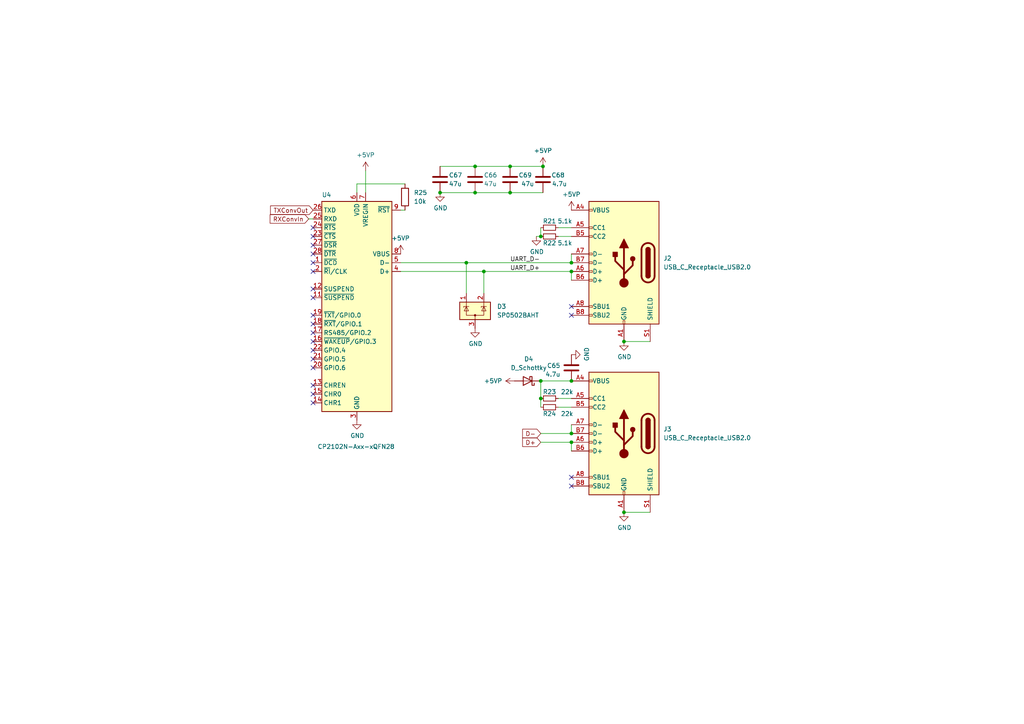
<source format=kicad_sch>
(kicad_sch (version 20231120) (generator "eeschema") (generator_version "8.0")
  (paper "A4")
  (lib_symbols
    (symbol "Connector:USB_C_Receptacle_USB2.0" (pin_names (offset 1.016))
      (property "Reference" "J" (at -10.16 19.05 0))
      (property "Value" "USB_C_Receptacle_USB2.0" (at 19.05 19.05 0))
      (symbol "USB_C_Receptacle_USB2.0_0_0"
        (rectangle (start -0.254 -17.78) (end 0.254 -16.764))
        (rectangle (start 10.16 -14.986) (end 9.144 -15.494))
        (rectangle (start 10.16 -12.446) (end 9.144 -12.954))
        (rectangle (start 10.16 -4.826) (end 9.144 -5.334))
        (rectangle (start 10.16 -2.286) (end 9.144 -2.794))
        (rectangle (start 10.16 0.254) (end 9.144 -0.254))
        (rectangle (start 10.16 2.794) (end 9.144 2.286))
        (rectangle (start 10.16 7.874) (end 9.144 7.366))
        (rectangle (start 10.16 10.414) (end 9.144 9.906))
        (rectangle (start 10.16 15.494) (end 9.144 14.986))
      )
      (symbol "USB_C_Receptacle_USB2.0_0_1"
        (rectangle (start -10.16 17.78) (end 10.16 -17.78) (stroke (width 0.254)) (fill (type background)))
        (arc (start -8.89 -3.81) (mid -6.985 -5.7067) (end -5.08 -3.81) (stroke (width 0.508)))
        (arc (start -7.62 -3.81) (mid -6.985 -4.4423) (end -6.35 -3.81) (stroke (width 0.254)))
        (arc (start -7.62 -3.81) (mid -6.985 -4.4423) (end -6.35 -3.81) (stroke (width 0.254)) (fill (type outline)))
        (rectangle (start -7.62 -3.81) (end -6.35 3.81) (stroke (width 0.254)) (fill (type outline)))
        (arc (start -6.35 3.81) (mid -6.985 4.4423) (end -7.62 3.81) (stroke (width 0.254)))
        (arc (start -6.35 3.81) (mid -6.985 4.4423) (end -7.62 3.81) (stroke (width 0.254)) (fill (type outline)))
        (arc (start -5.08 3.81) (mid -6.985 5.7067) (end -8.89 3.81) (stroke (width 0.508)))
        (circle (center -2.54 1.143) (radius 0.635) (stroke (width 0.254)) (fill (type outline)))
        (circle (center 0 -5.842) (radius 1.27) (fill (type outline)))
        (polyline (pts (xy -8.89 -3.81) (xy -8.89 3.81)) (stroke (width 0.508)))
        (polyline (pts (xy -5.08 3.81) (xy -5.08 -3.81)) (stroke (width 0.508)))
        (polyline (pts (xy 0 -5.842) (xy 0 4.318)) (stroke (width 0.508)))
        (polyline (pts (xy 0 -3.302) (xy -2.54 -0.762) (xy -2.54 0.508)) (stroke (width 0.508)))
        (polyline (pts (xy 0 -2.032) (xy 2.54 0.508) (xy 2.54 1.778)) (stroke (width 0.508)))
        (polyline (pts (xy -1.27 4.318) (xy 0 6.858) (xy 1.27 4.318) (xy -1.27 4.318)) (stroke (width 0.254)) (fill (type outline)))
        (rectangle (start 1.905 1.778) (end 3.175 3.048) (stroke (width 0.254)) (fill (type outline)))
      )
      (symbol "USB_C_Receptacle_USB2.0_1_1"
        (pin passive line (at 0 -22.86 90) (length 5.08) (name "GND") (number "A1"))
        (pin passive line (at 0 -22.86 90) (length 5.08) hide (name "GND") (number "A12"))
        (pin passive line (at 15.24 15.24 180) (length 5.08) (name "VBUS") (number "A4"))
        (pin bidirectional line (at 15.24 10.16 180) (length 5.08) (name "CC1") (number "A5"))
        (pin bidirectional line (at 15.24 -2.54 180) (length 5.08) (name "D+") (number "A6"))
        (pin bidirectional line (at 15.24 2.54 180) (length 5.08) (name "D-") (number "A7"))
        (pin bidirectional line (at 15.24 -12.7 180) (length 5.08) (name "SBU1") (number "A8"))
        (pin passive line (at 15.24 15.24 180) (length 5.08) hide (name "VBUS") (number "A9"))
        (pin passive line (at 0 -22.86 90) (length 5.08) hide (name "GND") (number "B1"))
        (pin passive line (at 0 -22.86 90) (length 5.08) hide (name "GND") (number "B12"))
        (pin passive line (at 15.24 15.24 180) (length 5.08) hide (name "VBUS") (number "B4"))
        (pin bidirectional line (at 15.24 7.62 180) (length 5.08) (name "CC2") (number "B5"))
        (pin bidirectional line (at 15.24 -5.08 180) (length 5.08) (name "D+") (number "B6"))
        (pin bidirectional line (at 15.24 0 180) (length 5.08) (name "D-") (number "B7"))
        (pin bidirectional line (at 15.24 -15.24 180) (length 5.08) (name "SBU2") (number "B8"))
        (pin passive line (at 15.24 15.24 180) (length 5.08) hide (name "VBUS") (number "B9"))
        (pin passive line (at -7.62 -22.86 90) (length 5.08) (name "SHIELD") (number "S1"))
      )
    )
    (symbol "Device:C" (pin_numbers hide) (pin_names (offset 0.254))
      (property "Reference" "C" (at 0.635 2.54 0))
      (property "Value" "C" (at 0.635 -2.54 0))
      (symbol "C_0_1"
        (polyline (pts (xy -2.032 -0.762) (xy 2.032 -0.762)) (stroke (width 0.508)))
        (polyline (pts (xy -2.032 0.762) (xy 2.032 0.762)) (stroke (width 0.508)))
      )
      (symbol "C_1_1"
        (pin passive line (at 0 3.81 270) (length 2.794) (name "~") (number "1"))
        (pin passive line (at 0 -3.81 90) (length 2.794) (name "~") (number "2"))
      )
    )
    (symbol "Device:D_Schottky" (pin_numbers hide) (pin_names (offset 1.016) hide)
      (property "Reference" "D" (at 0 2.54 0))
      (property "Value" "D_Schottky" (at 0 -2.54 0))
      (symbol "D_Schottky_0_1"
        (polyline (pts (xy 1.27 0) (xy -1.27 0)))
        (polyline (pts (xy 1.27 1.27) (xy 1.27 -1.27) (xy -1.27 0) (xy 1.27 1.27)) (stroke (width 0.254)))
        (polyline (pts (xy -1.905 0.635) (xy -1.905 1.27) (xy -1.27 1.27) (xy -1.27 -1.27) (xy -0.635 -1.27) (xy -0.635 -0.635)) (stroke (width 0.254)))
      )
      (symbol "D_Schottky_1_1"
        (pin passive line (at -3.81 0 0) (length 2.54) (name "K") (number "1"))
        (pin passive line (at 3.81 0 180) (length 2.54) (name "A") (number "2"))
      )
    )
    (symbol "Device:R" (pin_numbers hide) (pin_names (offset 0))
      (property "Reference" "R" (at 2.032 0 90))
      (property "Value" "R" (at 0 0 90))
      (symbol "R_0_1"
        (rectangle (start -1.016 -2.54) (end 1.016 2.54) (stroke (width 0.254)))
      )
      (symbol "R_1_1"
        (pin passive line (at 0 3.81 270) (length 1.27) (name "~") (number "1"))
        (pin passive line (at 0 -3.81 90) (length 1.27) (name "~") (number "2"))
      )
    )
    (symbol "Device:R_Small" (pin_numbers hide) (pin_names (offset 0.254) hide)
      (property "Reference" "R" (at 0.762 0.508 0))
      (property "Value" "R_Small" (at 0.762 -1.016 0))
      (symbol "R_Small_0_1"
        (rectangle (start -0.762 1.778) (end 0.762 -1.778) (stroke (width 0.2032)))
      )
      (symbol "R_Small_1_1"
        (pin passive line (at 0 2.54 270) (length 0.762) (name "~") (number "1"))
        (pin passive line (at 0 -2.54 90) (length 0.762) (name "~") (number "2"))
      )
    )
    (symbol "Interface_USB:CP2102N-Axx-xQFN28"
      (property "Reference" "U" (at -8.89 31.75 0))
      (property "Value" "CP2102N-Axx-xQFN28" (at 12.7 31.75 0))
      (symbol "CP2102N-Axx-xQFN28_0_1"
        (rectangle (start -10.16 30.48) (end 10.16 -30.48) (stroke (width 0.254)) (fill (type background)))
      )
      (symbol "CP2102N-Axx-xQFN28_1_1"
        (pin input line (at 12.7 12.7 180) (length 2.54) (name "~{DCD}") (number "1"))
        (pin no_connect line (at -10.16 -27.94 0) (length 2.54) hide (name "NC") (number "10"))
        (pin output line (at 12.7 2.54 180) (length 2.54) (name "~{SUSPEND}") (number "11"))
        (pin output line (at 12.7 5.08 180) (length 2.54) (name "SUSPEND") (number "12"))
        (pin output line (at 12.7 -22.86 180) (length 2.54) (name "CHREN") (number "13"))
        (pin output line (at 12.7 -27.94 180) (length 2.54) (name "CHR1") (number "14"))
        (pin output line (at 12.7 -25.4 180) (length 2.54) (name "CHR0") (number "15"))
        (pin bidirectional line (at 12.7 -10.16 180) (length 2.54) (name "~{WAKEUP}/GPIO.3") (number "16"))
        (pin bidirectional line (at 12.7 -7.62 180) (length 2.54) (name "RS485/GPIO.2") (number "17"))
        (pin bidirectional line (at 12.7 -5.08 180) (length 2.54) (name "~{RXT}/GPIO.1") (number "18"))
        (pin bidirectional line (at 12.7 -2.54 180) (length 2.54) (name "~{TXT}/GPIO.0") (number "19"))
        (pin bidirectional line (at 12.7 10.16 180) (length 2.54) (name "~{RI}/CLK") (number "2"))
        (pin bidirectional line (at 12.7 -17.78 180) (length 2.54) (name "GPIO.6") (number "20"))
        (pin bidirectional line (at 12.7 -15.24 180) (length 2.54) (name "GPIO.5") (number "21"))
        (pin bidirectional line (at 12.7 -12.7 180) (length 2.54) (name "GPIO.4") (number "22"))
        (pin input line (at 12.7 20.32 180) (length 2.54) (name "~{CTS}") (number "23"))
        (pin output line (at 12.7 22.86 180) (length 2.54) (name "~{RTS}") (number "24"))
        (pin input line (at 12.7 25.4 180) (length 2.54) (name "RXD") (number "25"))
        (pin output line (at 12.7 27.94 180) (length 2.54) (name "TXD") (number "26"))
        (pin input line (at 12.7 17.78 180) (length 2.54) (name "~{DSR}") (number "27"))
        (pin output line (at 12.7 15.24 180) (length 2.54) (name "~{DTR}") (number "28"))
        (pin passive line (at 0 -33.02 90) (length 2.54) hide (name "GND") (number "29"))
        (pin power_in line (at 0 -33.02 90) (length 2.54) (name "GND") (number "3"))
        (pin bidirectional line (at -12.7 10.16 0) (length 2.54) (name "D+") (number "4"))
        (pin bidirectional line (at -12.7 12.7 0) (length 2.54) (name "D-") (number "5"))
        (pin power_in line (at 0 33.02 270) (length 2.54) (name "VDD") (number "6"))
        (pin power_in line (at -2.54 33.02 270) (length 2.54) (name "VREGIN") (number "7"))
        (pin input line (at -12.7 15.24 0) (length 2.54) (name "VBUS") (number "8"))
        (pin input line (at -12.7 27.94 0) (length 2.54) (name "~{RST}") (number "9"))
      )
    )
    (symbol "Power_Protection:SP0502BAHT" (pin_names hide)
      (property "Reference" "D" (at 5.715 2.54 0))
      (property "Value" "SP0502BAHT" (at 5.715 0.635 0))
      (symbol "SP0502BAHT_0_0"
        (pin passive line (at 0 -5.08 90) (length 2.54) (name "A") (number "3"))
      )
      (symbol "SP0502BAHT_0_1"
        (rectangle (start -4.445 2.54) (end 4.445 -2.54) (stroke (width 0.254)) (fill (type background)))
        (circle (center 0 -1.27) (radius 0.254) (fill (type outline)))
        (polyline (pts (xy -2.54 2.54) (xy -2.54 1.27)))
        (polyline (pts (xy 0 -1.27) (xy 0 -2.54)))
        (polyline (pts (xy 2.54 2.54) (xy 2.54 1.27)))
        (polyline (pts (xy -3.302 1.016) (xy -3.302 1.27) (xy -1.905 1.27) (xy -1.778 1.27)))
        (polyline (pts (xy -2.54 1.27) (xy -2.54 -1.27) (xy 2.54 -1.27) (xy 2.54 1.27)))
        (polyline (pts (xy -2.54 1.27) (xy -1.905 0) (xy -3.175 0) (xy -2.54 1.27)))
        (polyline (pts (xy 1.778 1.016) (xy 1.778 1.27) (xy 3.175 1.27) (xy 3.302 1.27)))
        (polyline (pts (xy 2.54 1.27) (xy 1.905 0) (xy 3.175 0) (xy 2.54 1.27)))
      )
      (symbol "SP0502BAHT_1_1"
        (pin passive line (at -2.54 5.08 270) (length 2.54) (name "K") (number "1"))
        (pin passive line (at 2.54 5.08 270) (length 2.54) (name "K") (number "2"))
      )
    )
    (symbol "power:+5VP" (power) (pin_names (offset 0))
      (property "Value" "+5VP" (at 0 3.556 0))
      (symbol "+5VP_0_1"
        (polyline (pts (xy -0.762 1.27) (xy 0 2.54)))
        (polyline (pts (xy 0 0) (xy 0 2.54)))
        (polyline (pts (xy 0 2.54) (xy 0.762 1.27)))
      )
      (symbol "+5VP_1_1"
        (pin power_in line (at 0 0 90) (length 0) hide (name "+5VP") (number "1"))
      )
    )
    (symbol "power:GND" (power) (pin_names (offset 0))
      (property "Value" "GND" (at 0 -3.81 0))
      (symbol "GND_0_1"
        (polyline (pts (xy 0 0) (xy 0 -1.27) (xy 1.27 -1.27) (xy 0 -2.54) (xy -1.27 -1.27) (xy 0 -1.27)))
      )
      (symbol "GND_1_1"
        (pin power_in line (at 0 0 270) (length 0) hide (name "GND") (number "1"))
      )
    )
  )
  (junction (at 165.735 128.27))
  (junction (at 180.975 99.06))
  (junction (at 180.975 148.59))
  (junction (at 135.255 76.2))
  (junction (at 137.795 48.26))
  (junction (at 156.845 110.49))
  (junction (at 165.735 78.74))
  (junction (at 140.335 78.74))
  (junction (at 156.845 68.58))
  (junction (at 157.48 48.26))
  (junction (at 165.735 125.73))
  (junction (at 137.795 55.88))
  (junction (at 165.735 76.2))
  (junction (at 147.955 55.88))
  (junction (at 165.735 110.49))
  (junction (at 156.845 115.57))
  (junction (at 127.635 55.88))
  (junction (at 147.955 48.26))
  (no_connect (at 165.735 88.9))
  (no_connect (at 90.805 71.12))
  (no_connect (at 165.735 140.97))
  (no_connect (at 90.805 111.76))
  (no_connect (at 90.805 104.14))
  (no_connect (at 90.805 83.82))
  (no_connect (at 165.735 91.44))
  (no_connect (at 90.805 76.2))
  (no_connect (at 90.805 116.84))
  (no_connect (at 90.805 78.74))
  (no_connect (at 90.805 99.06))
  (no_connect (at 165.735 138.43))
  (no_connect (at 90.805 106.68))
  (no_connect (at 90.805 101.6))
  (no_connect (at 90.805 114.3))
  (no_connect (at 90.805 66.04))
  (no_connect (at 90.805 96.52))
  (no_connect (at 90.805 68.58))
  (no_connect (at 90.805 93.98))
  (no_connect (at 90.805 91.44))
  (no_connect (at 90.805 86.36))
  (no_connect (at 90.805 73.66))
  (wire (pts (xy 165.735 73.66) (xy 165.735 76.2)))
  (wire (pts (xy 116.205 76.2) (xy 135.255 76.2)))
  (wire (pts (xy 161.925 115.57) (xy 165.735 115.57)))
  (wire (pts (xy 117.475 60.96) (xy 116.205 60.96)))
  (wire (pts (xy 165.735 128.27) (xy 165.735 130.81)))
  (wire (pts (xy 156.845 66.04) (xy 156.845 68.58)))
  (wire (pts (xy 106.045 49.53) (xy 106.045 55.88)))
  (wire (pts (xy 135.255 76.2) (xy 165.735 76.2)))
  (wire (pts (xy 157.48 55.88) (xy 147.955 55.88)))
  (wire (pts (xy 137.795 55.88) (xy 147.955 55.88)))
  (wire (pts (xy 180.975 148.59) (xy 188.595 148.59)))
  (wire (pts (xy 165.735 110.49) (xy 156.845 110.49)))
  (wire (pts (xy 117.475 53.34) (xy 103.505 53.34)))
  (wire (pts (xy 127.635 55.88) (xy 137.795 55.88)))
  (wire (pts (xy 147.955 48.26) (xy 157.48 48.26)))
  (wire (pts (xy 89.535 63.5) (xy 90.805 63.5)))
  (wire (pts (xy 165.735 78.74) (xy 165.735 81.28)))
  (wire (pts (xy 140.335 78.74) (xy 165.735 78.74)))
  (wire (pts (xy 156.845 115.57) (xy 156.845 118.11)))
  (wire (pts (xy 180.975 99.06) (xy 188.595 99.06)))
  (wire (pts (xy 161.925 68.58) (xy 165.735 68.58)))
  (wire (pts (xy 156.845 125.73) (xy 165.735 125.73)))
  (wire (pts (xy 165.735 123.19) (xy 165.735 125.73)))
  (wire (pts (xy 161.925 66.04) (xy 165.735 66.04)))
  (wire (pts (xy 135.255 76.2) (xy 135.255 85.09)))
  (wire (pts (xy 137.795 48.26) (xy 147.955 48.26)))
  (wire (pts (xy 116.205 78.74) (xy 140.335 78.74)))
  (wire (pts (xy 155.575 68.58) (xy 156.845 68.58)))
  (wire (pts (xy 156.845 128.27) (xy 165.735 128.27)))
  (wire (pts (xy 161.925 118.11) (xy 165.735 118.11)))
  (wire (pts (xy 127.635 48.26) (xy 137.795 48.26)))
  (wire (pts (xy 140.335 78.74) (xy 140.335 85.09)))
  (wire (pts (xy 103.505 53.34) (xy 103.505 55.88)))
  (wire (pts (xy 156.845 110.49) (xy 156.845 115.57)))
  (label "UART_D-" (at 147.955 76.2 0))
  (label "UART_D+" (at 147.955 78.74 0))
  (global_label "D+" (shape input) (at 156.845 128.27 180) (property "Intersheetrefs" "${INTERSHEET_REFS}" (effects (hide yes))))
  (global_label "TXConvOut" (shape input) (at 90.805 60.96 180) (property "Intersheetrefs" "${INTERSHEET_REFS}" (effects (hide yes))))
  (global_label "D-" (shape input) (at 156.845 125.73 180) (property "Intersheetrefs" "${INTERSHEET_REFS}" (effects (hide yes))))
  (global_label "RXConvIn" (shape input) (at 89.535 63.5 180) (property "Intersheetrefs" "${INTERSHEET_REFS}" (effects (hide yes))))
  (symbol (lib_id "Device:R_Small") (at 159.385 115.57 90) (unit 1)
    (property "Reference" "R23" (at 159.385 113.665 90))
    (property "Value" "22k" (at 164.465 113.665 90))
    (property "Footprint" "Resistor_SMD:R_0402_1005Metric_Pad0.72x0.64mm_HandSolder" (effects (hide yes)))
  )
  (symbol (lib_id "Device:R_Small") (at 159.385 66.04 90) (unit 1)
    (property "Reference" "R21" (at 159.385 64.135 90))
    (property "Value" "5.1k" (at 163.83 64.135 90))
    (property "Footprint" "Resistor_SMD:R_0402_1005Metric_Pad0.72x0.64mm_HandSolder" (effects (hide yes)))
  )
  (symbol (lib_id "Device:R_Small") (at 159.385 118.11 90) (unit 1)
    (property "Reference" "R24" (at 159.385 120.015 90))
    (property "Value" "22k" (at 164.465 120.015 90))
    (property "Footprint" "Resistor_SMD:R_0402_1005Metric_Pad0.72x0.64mm_HandSolder" (effects (hide yes)))
  )
  (symbol (lib_id "power:+5VP") (at 116.205 73.66 0) (unit 1)
    (property "Reference" "#PWR095" (effects (hide yes)))
    (property "Value" "+5VP" (at 116.205 69.088 0))
  )
  (symbol (lib_id "power:GND") (at 103.505 121.92 0) (mirror y) (unit 1)
    (property "Reference" "#PWR093" (effects (hide yes)))
    (property "Value" "GND" (at 101.6 126.365 0) (effects (justify right)))
  )
  (symbol (lib_id "Power_Protection:SP0502BAHT") (at 137.795 90.17 0) (unit 1)
    (property "Reference" "D3" (at 144.145 88.9 0) (effects (justify left)))
    (property "Value" "SP0502BAHT" (at 144.145 91.44 0) (effects (justify left)))
    (property "Footprint" "Package_TO_SOT_SMD:SOT-23" (effects (hide yes)))
    (property "Datasheet" "http://www.littelfuse.com/~/media/files/littelfuse/technical%20resources/documents/data%20sheets/sp05xxba.pdf" (effects (hide yes)))
  )
  (symbol (lib_id "Connector:USB_C_Receptacle_USB2.0") (at 180.975 76.2 0) (mirror y) (unit 1)
    (property "Reference" "J2" (at 192.405 74.93 0) (effects (justify right)))
    (property "Value" "USB_C_Receptacle_USB2.0" (at 192.405 77.47 0) (effects (justify right)))
    (property "Footprint" "Connector_USB:USB_C_Receptacle_Palconn_UTC16-G" (effects (hide yes)))
    (property "Datasheet" "https://www.usb.org/sites/default/files/documents/usb_type-c.zip" (effects (hide yes)))
  )
  (symbol (lib_id "Device:R_Small") (at 159.385 68.58 90) (unit 1)
    (property "Reference" "R22" (at 159.385 70.485 90))
    (property "Value" "5.1k" (at 163.83 70.485 90))
    (property "Footprint" "Resistor_SMD:R_0402_1005Metric_Pad0.72x0.64mm_HandSolder" (effects (hide yes)))
  )
  (symbol (lib_id "Interface_USB:CP2102N-Axx-xQFN28") (at 103.505 88.9 0) (mirror y) (unit 1)
    (property "Reference" "U4" (at 93.345 56.515 0) (effects (justify right)))
    (property "Value" "CP2102N-Axx-xQFN28" (at 92.075 129.54 0) (effects (justify right)))
    (property "Footprint" "Package_DFN_QFN:QFN-28-1EP_5x5mm_P0.5mm_EP3.35x3.35mm" (effects (hide yes)))
    (property "Datasheet" "https://www.silabs.com/documents/public/data-sheets/cp2102n-datasheet.pdf" (effects (hide yes)))
  )
  (symbol (lib_id "power:GND") (at 137.795 95.25 0) (mirror y) (unit 1)
    (property "Reference" "#PWR096" (effects (hide yes)))
    (property "Value" "GND" (at 135.89 99.695 0) (effects (justify right)))
  )
  (symbol (lib_id "power:+5VP") (at 149.225 110.49 90) (unit 1)
    (property "Reference" "#PWR089" (effects (hide yes)))
    (property "Value" "+5VP" (at 140.335 110.49 90) (effects (justify right)))
  )
  (symbol (lib_id "power:GND") (at 180.975 99.06 0) (mirror y) (unit 1)
    (property "Reference" "#PWR090" (effects (hide yes)))
    (property "Value" "GND" (at 179.07 103.505 0) (effects (justify right)))
  )
  (symbol (lib_id "power:+5VP") (at 165.735 60.96 0) (unit 1)
    (property "Reference" "#PWR087" (effects (hide yes)))
    (property "Value" "+5VP" (at 165.735 56.388 0))
  )
  (symbol (lib_id "Device:C") (at 137.795 52.07 0) (mirror y) (unit 1)
    (property "Reference" "C66" (at 140.335 50.8 0) (effects (justify right)))
    (property "Value" "47u" (at 140.335 53.34 0) (effects (justify right)))
    (property "Footprint" "Capacitor_SMD:C_1206_3216Metric_Pad1.33x1.80mm_HandSolder" (effects (hide yes)))
  )
  (symbol (lib_id "power:GND") (at 155.575 68.58 0) (mirror y) (unit 1)
    (property "Reference" "#PWR092" (effects (hide yes)))
    (property "Value" "GND" (at 153.67 73.025 0) (effects (justify right)))
  )
  (symbol (lib_id "power:+5VP") (at 106.045 49.53 0) (unit 1)
    (property "Reference" "#PWR094" (effects (hide yes)))
    (property "Value" "+5VP" (at 106.045 44.958 0))
  )
  (symbol (lib_id "power:GND") (at 165.735 102.87 90) (mirror x) (unit 1)
    (property "Reference" "#PWR097" (effects (hide yes)))
    (property "Value" "GND" (at 170.18 104.775 0) (effects (justify right)))
  )
  (symbol (lib_id "power:GND") (at 127.635 55.88 0) (mirror y) (unit 1)
    (property "Reference" "#PWR088" (effects (hide yes)))
    (property "Value" "GND" (at 125.73 60.325 0) (effects (justify right)))
  )
  (symbol (lib_id "Device:C") (at 127.635 52.07 0) (mirror y) (unit 1)
    (property "Reference" "C67" (at 130.175 50.8 0) (effects (justify right)))
    (property "Value" "47u" (at 130.175 53.34 0) (effects (justify right)))
    (property "Footprint" "Capacitor_SMD:C_1206_3216Metric_Pad1.33x1.80mm_HandSolder" (effects (hide yes)))
  )
  (symbol (lib_id "Connector:USB_C_Receptacle_USB2.0") (at 180.975 125.73 0) (mirror y) (unit 1)
    (property "Reference" "J3" (at 192.405 124.46 0) (effects (justify right)))
    (property "Value" "USB_C_Receptacle_USB2.0" (at 192.405 127 0) (effects (justify right)))
    (property "Footprint" "Connector_USB:USB_C_Receptacle_Palconn_UTC16-G" (effects (hide yes)))
    (property "Datasheet" "https://www.usb.org/sites/default/files/documents/usb_type-c.zip" (effects (hide yes)))
  )
  (symbol (lib_id "Device:C") (at 147.955 52.07 0) (mirror y) (unit 1)
    (property "Reference" "C69" (at 154.305 50.8 0) (effects (justify left)))
    (property "Value" "47u" (at 154.94 53.34 0) (effects (justify left)))
    (property "Footprint" "Capacitor_SMD:C_1206_3216Metric_Pad1.33x1.80mm_HandSolder" (effects (hide yes)))
  )
  (symbol (lib_id "Device:C") (at 157.48 52.07 0) (mirror y) (unit 1)
    (property "Reference" "C68" (at 163.83 50.8 0) (effects (justify left)))
    (property "Value" "4.7u" (at 164.465 53.34 0) (effects (justify left)))
    (property "Footprint" "Capacitor_SMD:C_0402_1005Metric_Pad0.74x0.62mm_HandSolder" (effects (hide yes)))
  )
  (symbol (lib_id "power:GND") (at 180.975 148.59 0) (mirror y) (unit 1)
    (property "Reference" "#PWR091" (effects (hide yes)))
    (property "Value" "GND" (at 179.07 153.035 0) (effects (justify right)))
  )
  (symbol (lib_id "Device:D_Schottky") (at 153.035 110.49 180) (unit 1)
    (property "Reference" "D4" (at 153.3525 104.14 0))
    (property "Value" "D_Schottky" (at 153.3525 106.68 0))
    (property "Footprint" "Diode_SMD:D_SOD-323_HandSoldering" (effects (hide yes)))
  )
  (symbol (lib_id "Device:C") (at 165.735 106.68 0) (mirror y) (unit 1)
    (property "Reference" "C65" (at 162.56 106.045 0) (effects (justify left)))
    (property "Value" "4.7u" (at 162.56 108.585 0) (effects (justify left)))
    (property "Footprint" "Capacitor_SMD:C_0402_1005Metric_Pad0.74x0.62mm_HandSolder" (effects (hide yes)))
  )
  (symbol (lib_id "power:+5VP") (at 157.48 48.26 0) (unit 1)
    (property "Reference" "#PWR086" (effects (hide yes)))
    (property "Value" "+5VP" (at 157.48 43.688 0))
  )
  (symbol (lib_id "Device:R") (at 117.475 57.15 0) (unit 1)
    (property "Reference" "R25" (at 120.015 55.88 0) (effects (justify left)))
    (property "Value" "10k" (at 120.015 58.42 0) (effects (justify left)))
    (property "Footprint" "Resistor_SMD:R_0402_1005Metric_Pad0.72x0.64mm_HandSolder" (effects (hide yes)))
  )
)
</source>
